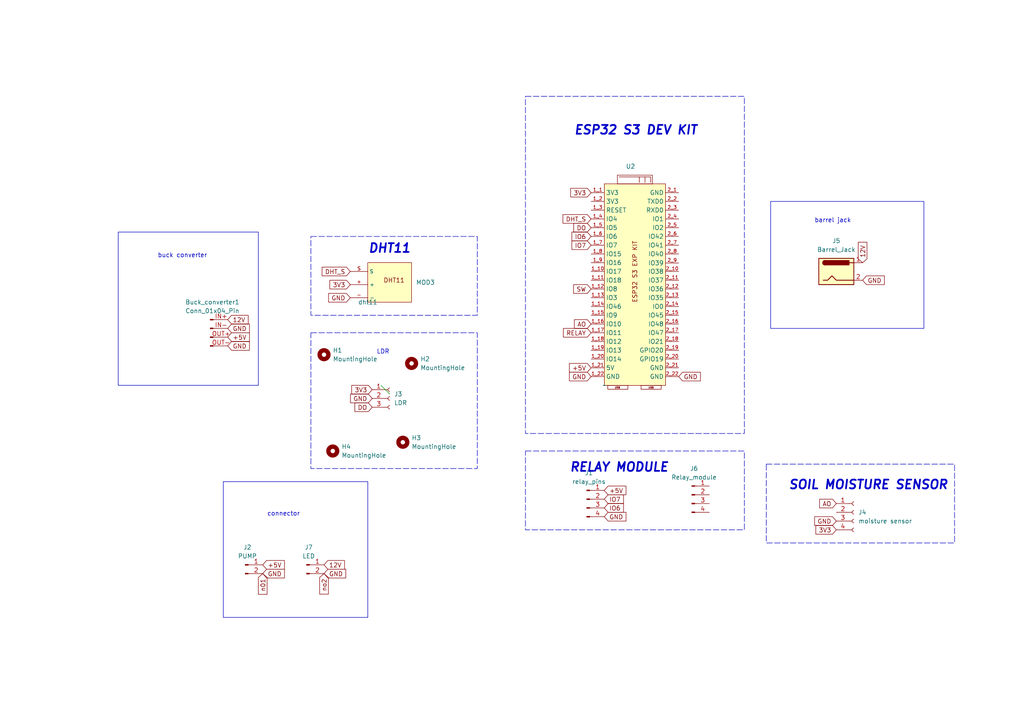
<source format=kicad_sch>
(kicad_sch (version 20230121) (generator eeschema)

  (uuid 64001ce1-e99c-4ede-8ddf-5239e947adae)

  (paper "A4")

  (lib_symbols
    (symbol "Conn_01x04_Pin_1" (pin_names (offset 1.016) hide) (in_bom yes) (on_board yes)
      (property "Reference" "J6" (at 0.635 7.62 0)
        (effects (font (size 1.27 1.27)))
      )
      (property "Value" "Conn_01x04_Pin" (at 0.635 5.08 0)
        (effects (font (size 1.27 1.27)))
      )
      (property "Footprint" "Connector_PinHeader_2.54mm:PinHeader_1x04_P2.54mm_Vertical" (at 0 0 0)
        (effects (font (size 1.27 1.27)) hide)
      )
      (property "Datasheet" "~" (at 0 0 0)
        (effects (font (size 1.27 1.27)) hide)
      )
      (property "ki_locked" "" (at 0 0 0)
        (effects (font (size 1.27 1.27)))
      )
      (property "ki_keywords" "connector" (at 0 0 0)
        (effects (font (size 1.27 1.27)) hide)
      )
      (property "ki_description" "Generic connector, single row, 01x04, script generated" (at 0 0 0)
        (effects (font (size 1.27 1.27)) hide)
      )
      (property "ki_fp_filters" "Connector*:*_1x??_*" (at 0 0 0)
        (effects (font (size 1.27 1.27)) hide)
      )
      (symbol "Conn_01x04_Pin_1_1_1"
        (polyline
          (pts
            (xy 1.27 -5.08)
            (xy 0.8636 -5.08)
          )
          (stroke (width 0.1524) (type default))
          (fill (type none))
        )
        (polyline
          (pts
            (xy 1.27 -2.54)
            (xy 0.8636 -2.54)
          )
          (stroke (width 0.1524) (type default))
          (fill (type none))
        )
        (polyline
          (pts
            (xy 1.27 0)
            (xy 0.8636 0)
          )
          (stroke (width 0.1524) (type default))
          (fill (type none))
        )
        (polyline
          (pts
            (xy 1.27 2.54)
            (xy 0.8636 2.54)
          )
          (stroke (width 0.1524) (type default))
          (fill (type none))
        )
        (rectangle (start 0.8636 -4.953) (end 0 -5.207)
          (stroke (width 0.1524) (type default))
          (fill (type outline))
        )
        (rectangle (start 0.8636 -2.413) (end 0 -2.667)
          (stroke (width 0.1524) (type default))
          (fill (type outline))
        )
        (rectangle (start 0.8636 0.127) (end 0 -0.127)
          (stroke (width 0.1524) (type default))
          (fill (type outline))
        )
        (rectangle (start 0.8636 2.667) (end 0 2.413)
          (stroke (width 0.1524) (type default))
          (fill (type outline))
        )
        (pin passive line (at 5.08 2.54 180) (length 3.81)
          (name "IN+" (effects (font (size 1.27 1.27))))
          (number "IN+" (effects (font (size 1.27 1.27))))
        )
        (pin passive line (at 5.08 0 180) (length 3.81)
          (name "IN-" (effects (font (size 1.27 1.27))))
          (number "IN-" (effects (font (size 1.27 1.27))))
        )
        (pin passive line (at 5.08 -2.54 180) (length 3.81)
          (name "OUT+" (effects (font (size 1.27 1.27))))
          (number "OUT+" (effects (font (size 1.27 1.27))))
        )
        (pin passive line (at 5.08 -5.08 180) (length 3.81)
          (name "OUT-" (effects (font (size 1.27 1.27))))
          (number "OUT-" (effects (font (size 1.27 1.27))))
        )
      )
    )
    (symbol "Conn_01x04_Pin_2" (pin_names (offset 1.016) hide) (in_bom yes) (on_board yes)
      (property "Reference" "J" (at 0 5.08 0)
        (effects (font (size 1.27 1.27)))
      )
      (property "Value" "Conn_01x04_Pin" (at 0 -7.62 0)
        (effects (font (size 1.27 1.27)))
      )
      (property "Footprint" "" (at 0 0 0)
        (effects (font (size 1.27 1.27)) hide)
      )
      (property "Datasheet" "~" (at 0 0 0)
        (effects (font (size 1.27 1.27)) hide)
      )
      (property "ki_locked" "" (at 0 0 0)
        (effects (font (size 1.27 1.27)))
      )
      (property "ki_keywords" "connector" (at 0 0 0)
        (effects (font (size 1.27 1.27)) hide)
      )
      (property "ki_description" "Generic connector, single row, 01x04, script generated" (at 0 0 0)
        (effects (font (size 1.27 1.27)) hide)
      )
      (property "ki_fp_filters" "Connector*:*_1x??_*" (at 0 0 0)
        (effects (font (size 1.27 1.27)) hide)
      )
      (symbol "Conn_01x04_Pin_2_1_1"
        (polyline
          (pts
            (xy 1.27 -5.08)
            (xy 0.8636 -5.08)
          )
          (stroke (width 0.1524) (type default))
          (fill (type none))
        )
        (polyline
          (pts
            (xy 1.27 -2.54)
            (xy 0.8636 -2.54)
          )
          (stroke (width 0.1524) (type default))
          (fill (type none))
        )
        (polyline
          (pts
            (xy 1.27 0)
            (xy 0.8636 0)
          )
          (stroke (width 0.1524) (type default))
          (fill (type none))
        )
        (polyline
          (pts
            (xy 1.27 2.54)
            (xy 0.8636 2.54)
          )
          (stroke (width 0.1524) (type default))
          (fill (type none))
        )
        (rectangle (start 0.8636 -4.953) (end 0 -5.207)
          (stroke (width 0.1524) (type default))
          (fill (type outline))
        )
        (rectangle (start 0.8636 -2.413) (end 0 -2.667)
          (stroke (width 0.1524) (type default))
          (fill (type outline))
        )
        (rectangle (start 0.8636 0.127) (end 0 -0.127)
          (stroke (width 0.1524) (type default))
          (fill (type outline))
        )
        (rectangle (start 0.8636 2.667) (end 0 2.413)
          (stroke (width 0.1524) (type default))
          (fill (type outline))
        )
        (pin passive line (at 5.08 2.54 180) (length 3.81)
          (name "Pin_1" (effects (font (size 1.27 1.27))))
          (number "1" (effects (font (size 1.27 1.27))))
        )
        (pin passive line (at 5.08 0 180) (length 3.81)
          (name "Pin_2" (effects (font (size 1.27 1.27))))
          (number "2" (effects (font (size 1.27 1.27))))
        )
        (pin passive line (at 5.08 -2.54 180) (length 3.81)
          (name "Pin_3" (effects (font (size 1.27 1.27))))
          (number "3" (effects (font (size 1.27 1.27))))
        )
        (pin passive line (at 5.08 -5.08 180) (length 3.81)
          (name "Pin_4" (effects (font (size 1.27 1.27))))
          (number "4" (effects (font (size 1.27 1.27))))
        )
      )
    )
    (symbol "Connector:Barrel_Jack" (pin_names (offset 1.016)) (in_bom yes) (on_board yes)
      (property "Reference" "J" (at 0 5.334 0)
        (effects (font (size 1.27 1.27)))
      )
      (property "Value" "Barrel_Jack" (at 0 -5.08 0)
        (effects (font (size 1.27 1.27)))
      )
      (property "Footprint" "" (at 1.27 -1.016 0)
        (effects (font (size 1.27 1.27)) hide)
      )
      (property "Datasheet" "~" (at 1.27 -1.016 0)
        (effects (font (size 1.27 1.27)) hide)
      )
      (property "ki_keywords" "DC power barrel jack connector" (at 0 0 0)
        (effects (font (size 1.27 1.27)) hide)
      )
      (property "ki_description" "DC Barrel Jack" (at 0 0 0)
        (effects (font (size 1.27 1.27)) hide)
      )
      (property "ki_fp_filters" "BarrelJack*" (at 0 0 0)
        (effects (font (size 1.27 1.27)) hide)
      )
      (symbol "Barrel_Jack_0_1"
        (rectangle (start -5.08 3.81) (end 5.08 -3.81)
          (stroke (width 0.254) (type default))
          (fill (type background))
        )
        (arc (start -3.302 3.175) (mid -3.9343 2.54) (end -3.302 1.905)
          (stroke (width 0.254) (type default))
          (fill (type none))
        )
        (arc (start -3.302 3.175) (mid -3.9343 2.54) (end -3.302 1.905)
          (stroke (width 0.254) (type default))
          (fill (type outline))
        )
        (polyline
          (pts
            (xy 5.08 2.54)
            (xy 3.81 2.54)
          )
          (stroke (width 0.254) (type default))
          (fill (type none))
        )
        (polyline
          (pts
            (xy -3.81 -2.54)
            (xy -2.54 -2.54)
            (xy -1.27 -1.27)
            (xy 0 -2.54)
            (xy 2.54 -2.54)
            (xy 5.08 -2.54)
          )
          (stroke (width 0.254) (type default))
          (fill (type none))
        )
        (rectangle (start 3.683 3.175) (end -3.302 1.905)
          (stroke (width 0.254) (type default))
          (fill (type outline))
        )
      )
      (symbol "Barrel_Jack_1_1"
        (pin passive line (at 7.62 2.54 180) (length 2.54)
          (name "~" (effects (font (size 1.27 1.27))))
          (number "1" (effects (font (size 1.27 1.27))))
        )
        (pin passive line (at 7.62 -2.54 180) (length 2.54)
          (name "~" (effects (font (size 1.27 1.27))))
          (number "2" (effects (font (size 1.27 1.27))))
        )
      )
    )
    (symbol "Connector:Conn_01x02_Pin" (pin_names (offset 1.016) hide) (in_bom yes) (on_board yes)
      (property "Reference" "J" (at 0 2.54 0)
        (effects (font (size 1.27 1.27)))
      )
      (property "Value" "Conn_01x02_Pin" (at 0 -5.08 0)
        (effects (font (size 1.27 1.27)))
      )
      (property "Footprint" "" (at 0 0 0)
        (effects (font (size 1.27 1.27)) hide)
      )
      (property "Datasheet" "~" (at 0 0 0)
        (effects (font (size 1.27 1.27)) hide)
      )
      (property "ki_locked" "" (at 0 0 0)
        (effects (font (size 1.27 1.27)))
      )
      (property "ki_keywords" "connector" (at 0 0 0)
        (effects (font (size 1.27 1.27)) hide)
      )
      (property "ki_description" "Generic connector, single row, 01x02, script generated" (at 0 0 0)
        (effects (font (size 1.27 1.27)) hide)
      )
      (property "ki_fp_filters" "Connector*:*_1x??_*" (at 0 0 0)
        (effects (font (size 1.27 1.27)) hide)
      )
      (symbol "Conn_01x02_Pin_1_1"
        (polyline
          (pts
            (xy 1.27 -2.54)
            (xy 0.8636 -2.54)
          )
          (stroke (width 0.1524) (type default))
          (fill (type none))
        )
        (polyline
          (pts
            (xy 1.27 0)
            (xy 0.8636 0)
          )
          (stroke (width 0.1524) (type default))
          (fill (type none))
        )
        (rectangle (start 0.8636 -2.413) (end 0 -2.667)
          (stroke (width 0.1524) (type default))
          (fill (type outline))
        )
        (rectangle (start 0.8636 0.127) (end 0 -0.127)
          (stroke (width 0.1524) (type default))
          (fill (type outline))
        )
        (pin passive line (at 5.08 0 180) (length 3.81)
          (name "Pin_1" (effects (font (size 1.27 1.27))))
          (number "1" (effects (font (size 1.27 1.27))))
        )
        (pin passive line (at 5.08 -2.54 180) (length 3.81)
          (name "Pin_2" (effects (font (size 1.27 1.27))))
          (number "2" (effects (font (size 1.27 1.27))))
        )
      )
    )
    (symbol "Connector:Conn_01x03_Socket" (pin_names (offset 1.016) hide) (in_bom yes) (on_board yes)
      (property "Reference" "J" (at 0 5.08 0)
        (effects (font (size 1.27 1.27)))
      )
      (property "Value" "Conn_01x03_Socket" (at 0 -5.08 0)
        (effects (font (size 1.27 1.27)))
      )
      (property "Footprint" "" (at 0 0 0)
        (effects (font (size 1.27 1.27)) hide)
      )
      (property "Datasheet" "~" (at 0 0 0)
        (effects (font (size 1.27 1.27)) hide)
      )
      (property "ki_locked" "" (at 0 0 0)
        (effects (font (size 1.27 1.27)))
      )
      (property "ki_keywords" "connector" (at 0 0 0)
        (effects (font (size 1.27 1.27)) hide)
      )
      (property "ki_description" "Generic connector, single row, 01x03, script generated" (at 0 0 0)
        (effects (font (size 1.27 1.27)) hide)
      )
      (property "ki_fp_filters" "Connector*:*_1x??_*" (at 0 0 0)
        (effects (font (size 1.27 1.27)) hide)
      )
      (symbol "Conn_01x03_Socket_1_1"
        (arc (start 0 -2.032) (mid -0.5058 -2.54) (end 0 -3.048)
          (stroke (width 0.1524) (type default))
          (fill (type none))
        )
        (polyline
          (pts
            (xy -1.27 -2.54)
            (xy -0.508 -2.54)
          )
          (stroke (width 0.1524) (type default))
          (fill (type none))
        )
        (polyline
          (pts
            (xy -1.27 0)
            (xy -0.508 0)
          )
          (stroke (width 0.1524) (type default))
          (fill (type none))
        )
        (polyline
          (pts
            (xy -1.27 2.54)
            (xy -0.508 2.54)
          )
          (stroke (width 0.1524) (type default))
          (fill (type none))
        )
        (arc (start 0 0.508) (mid -0.5058 0) (end 0 -0.508)
          (stroke (width 0.1524) (type default))
          (fill (type none))
        )
        (arc (start 0 3.048) (mid -0.5058 2.54) (end 0 2.032)
          (stroke (width 0.1524) (type default))
          (fill (type none))
        )
        (pin passive line (at -5.08 2.54 0) (length 3.81)
          (name "Pin_1" (effects (font (size 1.27 1.27))))
          (number "1" (effects (font (size 1.27 1.27))))
        )
        (pin passive line (at -5.08 0 0) (length 3.81)
          (name "Pin_2" (effects (font (size 1.27 1.27))))
          (number "2" (effects (font (size 1.27 1.27))))
        )
        (pin passive line (at -5.08 -2.54 0) (length 3.81)
          (name "Pin_3" (effects (font (size 1.27 1.27))))
          (number "3" (effects (font (size 1.27 1.27))))
        )
      )
    )
    (symbol "Connector:Conn_01x04_Pin" (pin_names (offset 1.016) hide) (in_bom yes) (on_board yes)
      (property "Reference" "J6" (at 0.635 7.62 0)
        (effects (font (size 1.27 1.27)))
      )
      (property "Value" "Relay_module" (at 0.635 5.08 0)
        (effects (font (size 1.27 1.27)))
      )
      (property "Footprint" "Connector_PinHeader_2.54mm:PinHeader_1x04_P2.54mm_Vertical" (at 0 0 0)
        (effects (font (size 1.27 1.27)) hide)
      )
      (property "Datasheet" "~" (at 0 0 0)
        (effects (font (size 1.27 1.27)) hide)
      )
      (property "ki_locked" "" (at 0 0 0)
        (effects (font (size 1.27 1.27)))
      )
      (property "ki_keywords" "connector" (at 0 0 0)
        (effects (font (size 1.27 1.27)) hide)
      )
      (property "ki_description" "Generic connector, single row, 01x04, script generated" (at 0 0 0)
        (effects (font (size 1.27 1.27)) hide)
      )
      (property "ki_fp_filters" "Connector*:*_1x??_*" (at 0 0 0)
        (effects (font (size 1.27 1.27)) hide)
      )
      (symbol "Conn_01x04_Pin_1_1"
        (polyline
          (pts
            (xy 1.27 -5.08)
            (xy 0.8636 -5.08)
          )
          (stroke (width 0.1524) (type default))
          (fill (type none))
        )
        (polyline
          (pts
            (xy 1.27 -2.54)
            (xy 0.8636 -2.54)
          )
          (stroke (width 0.1524) (type default))
          (fill (type none))
        )
        (polyline
          (pts
            (xy 1.27 0)
            (xy 0.8636 0)
          )
          (stroke (width 0.1524) (type default))
          (fill (type none))
        )
        (polyline
          (pts
            (xy 1.27 2.54)
            (xy 0.8636 2.54)
          )
          (stroke (width 0.1524) (type default))
          (fill (type none))
        )
        (rectangle (start 0.8636 -4.953) (end 0 -5.207)
          (stroke (width 0.1524) (type default))
          (fill (type outline))
        )
        (rectangle (start 0.8636 -2.413) (end 0 -2.667)
          (stroke (width 0.1524) (type default))
          (fill (type outline))
        )
        (rectangle (start 0.8636 0.127) (end 0 -0.127)
          (stroke (width 0.1524) (type default))
          (fill (type outline))
        )
        (rectangle (start 0.8636 2.667) (end 0 2.413)
          (stroke (width 0.1524) (type default))
          (fill (type outline))
        )
        (pin passive line (at 5.08 2.54 180) (length 3.81)
          (name "1" (effects (font (size 1.27 1.27))))
          (number "1" (effects (font (size 1.27 1.27))))
        )
        (pin passive line (at 5.08 0 180) (length 3.81)
          (name "2" (effects (font (size 1.27 1.27))))
          (number "2" (effects (font (size 1.27 1.27))))
        )
        (pin passive line (at 5.08 -2.54 180) (length 3.81)
          (name "3" (effects (font (size 1.27 1.27))))
          (number "3" (effects (font (size 1.27 1.27))))
        )
        (pin passive line (at 5.08 -5.08 180) (length 3.81)
          (name "4" (effects (font (size 1.27 1.27))))
          (number "4" (effects (font (size 1.27 1.27))))
        )
      )
    )
    (symbol "Connector:Conn_01x04_Socket" (pin_names (offset 1.016) hide) (in_bom yes) (on_board yes)
      (property "Reference" "J" (at 0 5.08 0)
        (effects (font (size 1.27 1.27)))
      )
      (property "Value" "Conn_01x04_Socket" (at 0 -7.62 0)
        (effects (font (size 1.27 1.27)))
      )
      (property "Footprint" "" (at 0 0 0)
        (effects (font (size 1.27 1.27)) hide)
      )
      (property "Datasheet" "~" (at 0 0 0)
        (effects (font (size 1.27 1.27)) hide)
      )
      (property "ki_locked" "" (at 0 0 0)
        (effects (font (size 1.27 1.27)))
      )
      (property "ki_keywords" "connector" (at 0 0 0)
        (effects (font (size 1.27 1.27)) hide)
      )
      (property "ki_description" "Generic connector, single row, 01x04, script generated" (at 0 0 0)
        (effects (font (size 1.27 1.27)) hide)
      )
      (property "ki_fp_filters" "Connector*:*_1x??_*" (at 0 0 0)
        (effects (font (size 1.27 1.27)) hide)
      )
      (symbol "Conn_01x04_Socket_1_1"
        (arc (start 0 -4.572) (mid -0.5058 -5.08) (end 0 -5.588)
          (stroke (width 0.1524) (type default))
          (fill (type none))
        )
        (arc (start 0 -2.032) (mid -0.5058 -2.54) (end 0 -3.048)
          (stroke (width 0.1524) (type default))
          (fill (type none))
        )
        (polyline
          (pts
            (xy -1.27 -5.08)
            (xy -0.508 -5.08)
          )
          (stroke (width 0.1524) (type default))
          (fill (type none))
        )
        (polyline
          (pts
            (xy -1.27 -2.54)
            (xy -0.508 -2.54)
          )
          (stroke (width 0.1524) (type default))
          (fill (type none))
        )
        (polyline
          (pts
            (xy -1.27 0)
            (xy -0.508 0)
          )
          (stroke (width 0.1524) (type default))
          (fill (type none))
        )
        (polyline
          (pts
            (xy -1.27 2.54)
            (xy -0.508 2.54)
          )
          (stroke (width 0.1524) (type default))
          (fill (type none))
        )
        (arc (start 0 0.508) (mid -0.5058 0) (end 0 -0.508)
          (stroke (width 0.1524) (type default))
          (fill (type none))
        )
        (arc (start 0 3.048) (mid -0.5058 2.54) (end 0 2.032)
          (stroke (width 0.1524) (type default))
          (fill (type none))
        )
        (pin passive line (at -5.08 2.54 0) (length 3.81)
          (name "Pin_1" (effects (font (size 1.27 1.27))))
          (number "1" (effects (font (size 1.27 1.27))))
        )
        (pin passive line (at -5.08 0 0) (length 3.81)
          (name "Pin_2" (effects (font (size 1.27 1.27))))
          (number "2" (effects (font (size 1.27 1.27))))
        )
        (pin passive line (at -5.08 -2.54 0) (length 3.81)
          (name "Pin_3" (effects (font (size 1.27 1.27))))
          (number "3" (effects (font (size 1.27 1.27))))
        )
        (pin passive line (at -5.08 -5.08 0) (length 3.81)
          (name "Pin_4" (effects (font (size 1.27 1.27))))
          (number "4" (effects (font (size 1.27 1.27))))
        )
      )
    )
    (symbol "Kicad_lib:DHT11" (in_bom yes) (on_board yes)
      (property "Reference" "MOD" (at 2.54 -1.27 0)
        (effects (font (size 1.27 1.27)))
      )
      (property "Value" "" (at 0 0 0)
        (effects (font (size 1.27 1.27)))
      )
      (property "Footprint" "" (at 0 0 0)
        (effects (font (size 1.27 1.27)) hide)
      )
      (property "Datasheet" "" (at 0 0 0)
        (effects (font (size 1.27 1.27)) hide)
      )
      (symbol "DHT11_1_1"
        (rectangle (start 0 11.43) (end 12.7 0)
          (stroke (width 0) (type default))
          (fill (type background))
        )
        (text "DHT11" (at 7.62 6.35 0)
          (effects (font (size 1.27 1.27)))
        )
        (pin bidirectional line (at -5.08 5.08 0) (length 5.08)
          (name "+" (effects (font (size 1.016 1.016))))
          (number "+" (effects (font (size 1.016 1.016))))
        )
        (pin bidirectional line (at -5.08 1.27 0) (length 5.08)
          (name "-" (effects (font (size 1.016 1.016))))
          (number "-" (effects (font (size 1.016 1.016))))
        )
        (pin bidirectional line (at -5.08 8.89 0) (length 5.08)
          (name "S" (effects (font (size 1.016 1.016))))
          (number "S" (effects (font (size 1.016 1.016))))
        )
      )
    )
    (symbol "Mechanical:MountingHole" (pin_names (offset 1.016)) (in_bom yes) (on_board yes)
      (property "Reference" "H" (at 0 5.08 0)
        (effects (font (size 1.27 1.27)))
      )
      (property "Value" "MountingHole" (at 0 3.175 0)
        (effects (font (size 1.27 1.27)))
      )
      (property "Footprint" "" (at 0 0 0)
        (effects (font (size 1.27 1.27)) hide)
      )
      (property "Datasheet" "~" (at 0 0 0)
        (effects (font (size 1.27 1.27)) hide)
      )
      (property "ki_keywords" "mounting hole" (at 0 0 0)
        (effects (font (size 1.27 1.27)) hide)
      )
      (property "ki_description" "Mounting Hole without connection" (at 0 0 0)
        (effects (font (size 1.27 1.27)) hide)
      )
      (property "ki_fp_filters" "MountingHole*" (at 0 0 0)
        (effects (font (size 1.27 1.27)) hide)
      )
      (symbol "MountingHole_0_1"
        (circle (center 0 0) (radius 1.27)
          (stroke (width 1.27) (type default))
          (fill (type none))
        )
      )
    )
    (symbol "esp32s3:ESP32S3-BRD" (in_bom yes) (on_board yes)
      (property "Reference" "U" (at 1.905 59.69 0)
        (effects (font (size 1.27 1.27)))
      )
      (property "Value" "" (at 0 0 0)
        (effects (font (size 1.27 1.27)))
      )
      (property "Footprint" "" (at 0 0 0)
        (effects (font (size 1.27 1.27)) hide)
      )
      (property "Datasheet" "" (at 0 0 0)
        (effects (font (size 1.27 1.27)) hide)
      )
      (symbol "ESP32S3-BRD_1_1"
        (polyline
          (pts
            (xy 10.16 60.452)
            (xy 10.16 58.801)
          )
          (stroke (width 0) (type default))
          (fill (type none))
        )
        (polyline
          (pts
            (xy 11.811 60.452)
            (xy 11.811 58.801)
          )
          (stroke (width 0) (type default))
          (fill (type none))
        )
        (polyline
          (pts
            (xy 4.318 60.452)
            (xy 13.462 60.452)
            (xy 13.462 58.801)
          )
          (stroke (width 0) (type default))
          (fill (type none))
        )
        (polyline
          (pts
            (xy 0 58.42)
            (xy 17.78 58.42)
            (xy 17.78 0)
            (xy 0 0)
            (xy 0 58.42)
          )
          (stroke (width 0) (type default))
          (fill (type background))
        )
        (rectangle (start 1.016 0) (end 6.858 -1.143)
          (stroke (width 0) (type default))
          (fill (type none))
        )
        (rectangle (start 3.81 60.96) (end 13.97 58.42)
          (stroke (width 0) (type default))
          (fill (type none))
        )
        (rectangle (start 10.668 0) (end 16.51 -1.143)
          (stroke (width 0) (type default))
          (fill (type none))
        )
        (text "ESP32 S3 EXP KIT\n" (at 8.89 33.02 900)
          (effects (font (size 1.27 1.27)))
        )
        (text "USB" (at 3.81 -0.635 0)
          (effects (font (size 0.5 0.5)))
        )
        (text "USB" (at 13.589 -0.635 0)
          (effects (font (size 0.5 0.5)))
        )
        (pin power_out line (at -3.81 55.88 0) (length 3.81)
          (name "3V3" (effects (font (size 1.27 1.27))))
          (number "1_1" (effects (font (size 1 1))))
        )
        (pin input line (at -3.81 33.02 0) (length 3.81)
          (name "IO17" (effects (font (size 1.27 1.27))))
          (number "1_10" (effects (font (size 1 1))))
        )
        (pin input line (at -3.81 30.48 0) (length 3.81)
          (name "IO18" (effects (font (size 1.27 1.27))))
          (number "1_11" (effects (font (size 1 1))))
        )
        (pin input line (at -3.81 27.94 0) (length 3.81)
          (name "IO8" (effects (font (size 1.27 1.27))))
          (number "1_12" (effects (font (size 1 1))))
        )
        (pin input line (at -3.81 25.4 0) (length 3.81)
          (name "IO3" (effects (font (size 1.27 1.27))))
          (number "1_13" (effects (font (size 1 1))))
        )
        (pin input line (at -3.81 22.86 0) (length 3.81)
          (name "IO46" (effects (font (size 1.27 1.27))))
          (number "1_14" (effects (font (size 1 1))))
        )
        (pin input line (at -3.81 20.32 0) (length 3.81)
          (name "IO9" (effects (font (size 1.27 1.27))))
          (number "1_15" (effects (font (size 1 1))))
        )
        (pin input line (at -3.81 17.78 0) (length 3.81)
          (name "IO10" (effects (font (size 1.27 1.27))))
          (number "1_16" (effects (font (size 1 1))))
        )
        (pin input line (at -3.81 15.24 0) (length 3.81)
          (name "IO11" (effects (font (size 1.27 1.27))))
          (number "1_17" (effects (font (size 1 1))))
        )
        (pin input line (at -3.81 12.7 0) (length 3.81)
          (name "IO12" (effects (font (size 1.27 1.27))))
          (number "1_18" (effects (font (size 1 1))))
        )
        (pin input line (at -3.81 10.16 0) (length 3.81)
          (name "IO13" (effects (font (size 1.27 1.27))))
          (number "1_19" (effects (font (size 1 1))))
        )
        (pin power_out line (at -3.81 53.34 0) (length 3.81)
          (name "3V3" (effects (font (size 1.27 1.27))))
          (number "1_2" (effects (font (size 1 1))))
        )
        (pin input line (at -3.81 7.62 0) (length 3.81)
          (name "IO14" (effects (font (size 1.27 1.27))))
          (number "1_20" (effects (font (size 1 1))))
        )
        (pin power_in line (at -3.81 5.08 0) (length 3.81)
          (name "5V" (effects (font (size 1.27 1.27))))
          (number "1_21" (effects (font (size 1 1))))
        )
        (pin input line (at -3.81 2.54 0) (length 3.81)
          (name "GND" (effects (font (size 1.27 1.27))))
          (number "1_22" (effects (font (size 1 1))))
        )
        (pin input line (at -3.81 50.8 0) (length 3.81)
          (name "RESET" (effects (font (size 1.27 1.27))))
          (number "1_3" (effects (font (size 1 1))))
        )
        (pin input line (at -3.81 48.26 0) (length 3.81)
          (name "IO4" (effects (font (size 1.27 1.27))))
          (number "1_4" (effects (font (size 1 1))))
        )
        (pin input line (at -3.81 45.72 0) (length 3.81)
          (name "IO5" (effects (font (size 1.27 1.27))))
          (number "1_5" (effects (font (size 1 1))))
        )
        (pin input line (at -3.81 43.18 0) (length 3.81)
          (name "IO6" (effects (font (size 1.27 1.27))))
          (number "1_6" (effects (font (size 1 1))))
        )
        (pin input line (at -3.81 40.64 0) (length 3.81)
          (name "IO7" (effects (font (size 1.27 1.27))))
          (number "1_7" (effects (font (size 1 1))))
        )
        (pin input line (at -3.81 38.1 0) (length 3.81)
          (name "IO15" (effects (font (size 1.27 1.27))))
          (number "1_8" (effects (font (size 1 1))))
        )
        (pin input line (at -3.81 35.56 0) (length 3.81)
          (name "IO16" (effects (font (size 1.27 1.27))))
          (number "1_9" (effects (font (size 1 1))))
        )
        (pin input line (at 21.59 55.88 180) (length 3.81)
          (name "GND" (effects (font (size 1.27 1.27))))
          (number "2_1" (effects (font (size 1 1))))
        )
        (pin input line (at 21.59 33.02 180) (length 3.81)
          (name "IO38" (effects (font (size 1.27 1.27))))
          (number "2_10" (effects (font (size 1 1))))
        )
        (pin input line (at 21.59 30.48 180) (length 3.81)
          (name "IO37" (effects (font (size 1.27 1.27))))
          (number "2_11" (effects (font (size 1 1))))
        )
        (pin input line (at 21.59 27.94 180) (length 3.81)
          (name "IO36" (effects (font (size 1.27 1.27))))
          (number "2_12" (effects (font (size 1 1))))
        )
        (pin input line (at 21.59 25.4 180) (length 3.81)
          (name "IO35" (effects (font (size 1.27 1.27))))
          (number "2_13" (effects (font (size 1 1))))
        )
        (pin input line (at 21.59 22.86 180) (length 3.81)
          (name "IO0" (effects (font (size 1.27 1.27))))
          (number "2_14" (effects (font (size 1 1))))
        )
        (pin input line (at 21.59 20.32 180) (length 3.81)
          (name "IO45" (effects (font (size 1.27 1.27))))
          (number "2_15" (effects (font (size 1 1))))
        )
        (pin input line (at 21.59 17.78 180) (length 3.81)
          (name "IO48" (effects (font (size 1.27 1.27))))
          (number "2_16" (effects (font (size 1 1))))
        )
        (pin input line (at 21.59 15.24 180) (length 3.81)
          (name "IO47" (effects (font (size 1.27 1.27))))
          (number "2_17" (effects (font (size 1 1))))
        )
        (pin input line (at 21.59 12.7 180) (length 3.81)
          (name "IO21" (effects (font (size 1.27 1.27))))
          (number "2_18" (effects (font (size 1 1))))
        )
        (pin input line (at 21.59 10.16 180) (length 3.81)
          (name "GPIO20" (effects (font (size 1.27 1.27))))
          (number "2_19" (effects (font (size 1 1))))
        )
        (pin input line (at 21.59 53.34 180) (length 3.81)
          (name "TXD0" (effects (font (size 1.27 1.27))))
          (number "2_2" (effects (font (size 1 1))))
        )
        (pin input line (at 21.59 7.62 180) (length 3.81)
          (name "GPIO19" (effects (font (size 1.27 1.27))))
          (number "2_20" (effects (font (size 1 1))))
        )
        (pin input line (at 21.59 5.08 180) (length 3.81)
          (name "GND" (effects (font (size 1.27 1.27))))
          (number "2_21" (effects (font (size 1 1))))
        )
        (pin input line (at 21.59 2.54 180) (length 3.81)
          (name "GND" (effects (font (size 1.27 1.27))))
          (number "2_22" (effects (font (size 1 1))))
        )
        (pin input line (at 21.59 50.8 180) (length 3.81)
          (name "RXD0" (effects (font (size 1.27 1.27))))
          (number "2_3" (effects (font (size 1 1))))
        )
        (pin input line (at 21.59 48.26 180) (length 3.81)
          (name "IO1" (effects (font (size 1.27 1.27))))
          (number "2_4" (effects (font (size 1 1))))
        )
        (pin input line (at 21.59 45.72 180) (length 3.81)
          (name "IO2" (effects (font (size 1.27 1.27))))
          (number "2_5" (effects (font (size 1 1))))
        )
        (pin input line (at 21.59 43.18 180) (length 3.81)
          (name "IO42" (effects (font (size 1.27 1.27))))
          (number "2_6" (effects (font (size 1 1))))
        )
        (pin input line (at 21.59 40.64 180) (length 3.81)
          (name "IO41" (effects (font (size 1.27 1.27))))
          (number "2_7" (effects (font (size 1 1))))
        )
        (pin input line (at 21.59 38.1 180) (length 3.81)
          (name "IO40" (effects (font (size 1.27 1.27))))
          (number "2_8" (effects (font (size 1 1))))
        )
        (pin input line (at 21.59 35.4717 180) (length 3.81)
          (name "IO39" (effects (font (size 1.27 1.27))))
          (number "2_9" (effects (font (size 1 1))))
        )
      )
    )
  )


  (bus_entry (at 110.49 111.76) (size 2.54 2.54)
    (stroke (width 0) (type default))
    (uuid fd478ddf-356d-4066-8422-5351fcbee95b)
  )

  (rectangle (start 90.17 96.52) (end 138.43 135.89)
    (stroke (width 0) (type dash))
    (fill (type none))
    (uuid 06d8fbc1-bc0d-4ff6-9365-d7ea206bb723)
  )
  (rectangle (start 90.17 68.58) (end 138.43 91.44)
    (stroke (width 0) (type dash))
    (fill (type none))
    (uuid 5058fdce-937a-4cdc-acf7-083df0f01b0f)
  )
  (rectangle (start 34.29 67.31) (end 74.93 111.76)
    (stroke (width 0) (type default))
    (fill (type none))
    (uuid 702b7bc1-72e1-4b73-bc43-986a82d43e54)
  )
  (rectangle (start 152.4 27.94) (end 215.9 125.73)
    (stroke (width 0) (type dash))
    (fill (type none))
    (uuid 85b2c07a-d4d7-4c60-b7b6-38efcbb02e22)
  )
  (rectangle (start 223.52 58.42) (end 267.97 95.25)
    (stroke (width 0) (type default))
    (fill (type none))
    (uuid 9079961f-d510-45c9-b92c-77f4b3aa7644)
  )
  (rectangle (start 152.4 130.81) (end 215.9 153.67)
    (stroke (width 0) (type dash))
    (fill (type none))
    (uuid 934c0da5-46a9-4a26-8471-f659cc20e5bd)
  )
  (rectangle (start 64.77 139.7) (end 106.68 179.07)
    (stroke (width 0) (type default))
    (fill (type none))
    (uuid b33bb759-cb13-4c1f-8b2b-1881b8169f49)
  )
  (rectangle (start 222.25 134.62) (end 276.86 157.48)
    (stroke (width 0) (type dash))
    (fill (type none))
    (uuid e2f5471d-c564-467e-a6e3-a51743a6c2a3)
  )

  (text "DHT11" (at 106.68 73.66 0)
    (effects (font (size 2.54 2.54) (thickness 0.508) bold italic) (justify left bottom))
    (uuid 5a21acdd-4539-4514-b874-6c160e301dad)
  )
  (text "LDR\n" (at 109.22 102.87 0)
    (effects (font (size 1.27 1.27)) (justify left bottom))
    (uuid 661ae9c7-cba7-486f-8db9-22afb2b0a990)
  )
  (text "ESP32 S3 DEV KIT" (at 166.37 39.37 0)
    (effects (font (size 2.54 2.54) (thickness 0.508) bold italic) (justify left bottom))
    (uuid 66d52017-509b-4f69-92e1-a3cad4e4b7f2)
  )
  (text "RELAY MODULE" (at 165.1 137.16 0)
    (effects (font (size 2.54 2.54) (thickness 0.508) bold italic) (justify left bottom))
    (uuid 6b0e76cc-2d51-4650-841c-6b9ae45e9a05)
  )
  (text "connector\n" (at 77.47 149.86 0)
    (effects (font (size 1.27 1.27)) (justify left bottom))
    (uuid 8b9689e8-967a-4484-97bf-03f61cd77ce3)
  )
  (text "SOIL MOISTURE SENSOR" (at 228.6 142.24 0)
    (effects (font (size 2.54 2.54) (thickness 0.508) bold italic) (justify left bottom))
    (uuid d40c6341-120b-4309-85d2-2988db30f5ff)
  )
  (text "buck converter\n" (at 45.72 74.93 0)
    (effects (font (size 1.27 1.27)) (justify left bottom))
    (uuid d8c910ed-bb3b-40e2-b4b5-4d0118dc7339)
  )
  (text "barrel jack" (at 236.22 64.77 0)
    (effects (font (size 1.27 1.27)) (justify left bottom))
    (uuid e4b95797-457d-4a60-95f7-6dc0640249fd)
  )

  (global_label "DHT_S" (shape input) (at 101.6 78.74 180) (fields_autoplaced)
    (effects (font (size 1.27 1.27)) (justify right))
    (uuid 0858d0c8-ae0f-4bb9-ab7b-d407e6664e5d)
    (property "Intersheetrefs" "${INTERSHEET_REFS}" (at 92.8696 78.74 0)
      (effects (font (size 1.27 1.27)) (justify right) hide)
    )
  )
  (global_label "12V" (shape input) (at 250.19 76.2 90) (fields_autoplaced)
    (effects (font (size 1.27 1.27)) (justify left))
    (uuid 0ef51d8d-941c-4061-8c76-5c93da5a55c5)
    (property "Intersheetrefs" "${INTERSHEET_REFS}" (at 250.19 69.7072 90)
      (effects (font (size 1.27 1.27)) (justify left) hide)
    )
  )
  (global_label "+5V" (shape input) (at 66.04 97.79 0) (fields_autoplaced)
    (effects (font (size 1.27 1.27)) (justify left))
    (uuid 31ea1fd9-09d4-49c1-b753-54167a95ac4a)
    (property "Intersheetrefs" "${INTERSHEET_REFS}" (at 72.8957 97.79 0)
      (effects (font (size 1.27 1.27)) (justify left) hide)
    )
  )
  (global_label "+5V" (shape input) (at 171.45 106.68 180) (fields_autoplaced)
    (effects (font (size 1.27 1.27)) (justify right))
    (uuid 3410afc9-cece-448f-9385-fa0cbc6265e2)
    (property "Intersheetrefs" "${INTERSHEET_REFS}" (at 164.5943 106.68 0)
      (effects (font (size 1.27 1.27)) (justify right) hide)
    )
  )
  (global_label "AO" (shape input) (at 171.45 93.98 180) (fields_autoplaced)
    (effects (font (size 1.27 1.27)) (justify right))
    (uuid 34b94188-9c95-42f6-af18-b6cb8e76e0ab)
    (property "Intersheetrefs" "${INTERSHEET_REFS}" (at 166.0457 93.98 0)
      (effects (font (size 1.27 1.27)) (justify right) hide)
    )
  )
  (global_label "GND" (shape input) (at 93.98 166.37 0) (fields_autoplaced)
    (effects (font (size 1.27 1.27)) (justify left))
    (uuid 46837e98-f3e3-4e15-ba4c-c6fec3621a0b)
    (property "Intersheetrefs" "${INTERSHEET_REFS}" (at 100.8357 166.37 0)
      (effects (font (size 1.27 1.27)) (justify left) hide)
    )
  )
  (global_label "IO6" (shape input) (at 175.26 147.32 0) (fields_autoplaced)
    (effects (font (size 1.27 1.27)) (justify left))
    (uuid 485a88ec-51a4-48e3-b9fc-27b516e1ed1f)
    (property "Intersheetrefs" "${INTERSHEET_REFS}" (at 181.39 147.32 0)
      (effects (font (size 1.27 1.27)) (justify left) hide)
    )
  )
  (global_label "n01" (shape input) (at 76.2 166.37 270) (fields_autoplaced)
    (effects (font (size 1.27 1.27)) (justify right))
    (uuid 4b5ced3a-0b20-495a-9194-238c409263f5)
    (property "Intersheetrefs" "${INTERSHEET_REFS}" (at 76.2 172.9232 90)
      (effects (font (size 1.27 1.27)) (justify right) hide)
    )
  )
  (global_label "DHT_S" (shape input) (at 171.45 63.5 180) (fields_autoplaced)
    (effects (font (size 1.27 1.27)) (justify right))
    (uuid 4f22e76f-4d0e-4235-8a54-a89c10cc650e)
    (property "Intersheetrefs" "${INTERSHEET_REFS}" (at 162.7196 63.5 0)
      (effects (font (size 1.27 1.27)) (justify right) hide)
    )
  )
  (global_label "+5V" (shape input) (at 175.26 142.24 0) (fields_autoplaced)
    (effects (font (size 1.27 1.27)) (justify left))
    (uuid 537ca9cf-bea4-4a14-ace2-a077e63829ee)
    (property "Intersheetrefs" "${INTERSHEET_REFS}" (at 182.1157 142.24 0)
      (effects (font (size 1.27 1.27)) (justify left) hide)
    )
  )
  (global_label "RELAY" (shape input) (at 171.45 96.52 180) (fields_autoplaced)
    (effects (font (size 1.27 1.27)) (justify right))
    (uuid 5383eef1-68bd-4d33-947b-06160fcef6bf)
    (property "Intersheetrefs" "${INTERSHEET_REFS}" (at 162.8405 96.52 0)
      (effects (font (size 1.27 1.27)) (justify right) hide)
    )
  )
  (global_label "12V" (shape input) (at 66.04 92.71 0) (fields_autoplaced)
    (effects (font (size 1.27 1.27)) (justify left))
    (uuid 53cfa373-299c-40aa-9bee-d56fafb7acc0)
    (property "Intersheetrefs" "${INTERSHEET_REFS}" (at 72.5328 92.71 0)
      (effects (font (size 1.27 1.27)) (justify left) hide)
    )
  )
  (global_label "+5V" (shape input) (at 76.2 163.83 0) (fields_autoplaced)
    (effects (font (size 1.27 1.27)) (justify left))
    (uuid 5fb073f1-5d85-4994-8bb6-f070eb02b931)
    (property "Intersheetrefs" "${INTERSHEET_REFS}" (at 83.0557 163.83 0)
      (effects (font (size 1.27 1.27)) (justify left) hide)
    )
  )
  (global_label "3V3" (shape input) (at 171.45 55.88 180) (fields_autoplaced)
    (effects (font (size 1.27 1.27)) (justify right))
    (uuid 67b0b0dc-3a38-4749-8900-53b8436c5089)
    (property "Intersheetrefs" "${INTERSHEET_REFS}" (at 164.9572 55.88 0)
      (effects (font (size 1.27 1.27)) (justify right) hide)
    )
  )
  (global_label "no2" (shape input) (at 93.98 166.37 270) (fields_autoplaced)
    (effects (font (size 1.27 1.27)) (justify right))
    (uuid 70a10d47-b1b9-4e76-8319-7da8f20e9ea0)
    (property "Intersheetrefs" "${INTERSHEET_REFS}" (at 93.98 172.8627 90)
      (effects (font (size 1.27 1.27)) (justify right) hide)
    )
  )
  (global_label "3V3" (shape input) (at 107.95 113.03 180) (fields_autoplaced)
    (effects (font (size 1.27 1.27)) (justify right))
    (uuid 797d269f-e40c-42c3-8f7a-8ad5d8bee32b)
    (property "Intersheetrefs" "${INTERSHEET_REFS}" (at 101.4572 113.03 0)
      (effects (font (size 1.27 1.27)) (justify right) hide)
    )
  )
  (global_label "GND" (shape input) (at 66.04 95.25 0) (fields_autoplaced)
    (effects (font (size 1.27 1.27)) (justify left))
    (uuid 7d18daa9-6c13-48e6-9a57-180e7421a224)
    (property "Intersheetrefs" "${INTERSHEET_REFS}" (at 72.8957 95.25 0)
      (effects (font (size 1.27 1.27)) (justify left) hide)
    )
  )
  (global_label "AO" (shape input) (at 242.57 146.05 180) (fields_autoplaced)
    (effects (font (size 1.27 1.27)) (justify right))
    (uuid 82dec4a9-a0ad-41e2-ac84-e5ab12036266)
    (property "Intersheetrefs" "${INTERSHEET_REFS}" (at 237.1657 146.05 0)
      (effects (font (size 1.27 1.27)) (justify right) hide)
    )
  )
  (global_label "GND" (shape input) (at 250.19 81.28 0) (fields_autoplaced)
    (effects (font (size 1.27 1.27)) (justify left))
    (uuid 873afa1f-07b1-4cde-932b-993b3597e1b2)
    (property "Intersheetrefs" "${INTERSHEET_REFS}" (at 257.0457 81.28 0)
      (effects (font (size 1.27 1.27)) (justify left) hide)
    )
  )
  (global_label "DO" (shape input) (at 171.45 66.04 180) (fields_autoplaced)
    (effects (font (size 1.27 1.27)) (justify right))
    (uuid 8b78b2e7-aabb-4e76-a9cc-a9e98d0944e1)
    (property "Intersheetrefs" "${INTERSHEET_REFS}" (at 165.8643 66.04 0)
      (effects (font (size 1.27 1.27)) (justify right) hide)
    )
  )
  (global_label "DO" (shape input) (at 107.95 118.11 180) (fields_autoplaced)
    (effects (font (size 1.27 1.27)) (justify right))
    (uuid 90650a3b-fb2b-49e7-8ed0-1036bbc277b4)
    (property "Intersheetrefs" "${INTERSHEET_REFS}" (at 102.3643 118.11 0)
      (effects (font (size 1.27 1.27)) (justify right) hide)
    )
  )
  (global_label "GND" (shape input) (at 66.04 100.33 0) (fields_autoplaced)
    (effects (font (size 1.27 1.27)) (justify left))
    (uuid 9b704185-fa82-468f-9106-681dbf8191b6)
    (property "Intersheetrefs" "${INTERSHEET_REFS}" (at 72.8957 100.33 0)
      (effects (font (size 1.27 1.27)) (justify left) hide)
    )
  )
  (global_label "3V3" (shape input) (at 242.57 153.67 180) (fields_autoplaced)
    (effects (font (size 1.27 1.27)) (justify right))
    (uuid a7b864f9-0adc-4072-91a0-b2919662e2c0)
    (property "Intersheetrefs" "${INTERSHEET_REFS}" (at 236.0772 153.67 0)
      (effects (font (size 1.27 1.27)) (justify right) hide)
    )
  )
  (global_label "GND" (shape input) (at 101.6 86.36 180) (fields_autoplaced)
    (effects (font (size 1.27 1.27)) (justify right))
    (uuid a8ced2fb-dedf-4a03-ba22-df6d1dcd89fb)
    (property "Intersheetrefs" "${INTERSHEET_REFS}" (at 94.7443 86.36 0)
      (effects (font (size 1.27 1.27)) (justify right) hide)
    )
  )
  (global_label "GND" (shape input) (at 107.95 115.57 180) (fields_autoplaced)
    (effects (font (size 1.27 1.27)) (justify right))
    (uuid add8e009-bbdc-4e1f-8a30-bf5262e1e88e)
    (property "Intersheetrefs" "${INTERSHEET_REFS}" (at 101.0943 115.57 0)
      (effects (font (size 1.27 1.27)) (justify right) hide)
    )
  )
  (global_label "GND" (shape input) (at 196.85 109.22 0) (fields_autoplaced)
    (effects (font (size 1.27 1.27)) (justify left))
    (uuid b3131900-b7b6-43dd-852a-30ed9681d152)
    (property "Intersheetrefs" "${INTERSHEET_REFS}" (at 203.7057 109.22 0)
      (effects (font (size 1.27 1.27)) (justify left) hide)
    )
  )
  (global_label "GND" (shape input) (at 175.26 149.86 0) (fields_autoplaced)
    (effects (font (size 1.27 1.27)) (justify left))
    (uuid bb87e2dc-20b5-4a89-81f9-ed6eccc57cec)
    (property "Intersheetrefs" "${INTERSHEET_REFS}" (at 182.1157 149.86 0)
      (effects (font (size 1.27 1.27)) (justify left) hide)
    )
  )
  (global_label "IO7" (shape input) (at 171.45 71.12 180) (fields_autoplaced)
    (effects (font (size 1.27 1.27)) (justify right))
    (uuid bf15bf65-8ca4-4acb-b43b-62c6119dbbdf)
    (property "Intersheetrefs" "${INTERSHEET_REFS}" (at 165.32 71.12 0)
      (effects (font (size 1.27 1.27)) (justify right) hide)
    )
  )
  (global_label "GND" (shape input) (at 242.57 151.13 180) (fields_autoplaced)
    (effects (font (size 1.27 1.27)) (justify right))
    (uuid c83b496d-a425-433f-9827-e2e87ca4f5d2)
    (property "Intersheetrefs" "${INTERSHEET_REFS}" (at 235.7143 151.13 0)
      (effects (font (size 1.27 1.27)) (justify right) hide)
    )
  )
  (global_label "IO7" (shape input) (at 175.26 144.78 0) (fields_autoplaced)
    (effects (font (size 1.27 1.27)) (justify left))
    (uuid c849e5ec-746f-4440-a878-287a7d79e8d8)
    (property "Intersheetrefs" "${INTERSHEET_REFS}" (at 181.39 144.78 0)
      (effects (font (size 1.27 1.27)) (justify left) hide)
    )
  )
  (global_label "IO6" (shape input) (at 171.45 68.58 180) (fields_autoplaced)
    (effects (font (size 1.27 1.27)) (justify right))
    (uuid cfacb8b3-7dfd-4f09-9190-ad5b14eff1a0)
    (property "Intersheetrefs" "${INTERSHEET_REFS}" (at 165.32 68.58 0)
      (effects (font (size 1.27 1.27)) (justify right) hide)
    )
  )
  (global_label "SW" (shape input) (at 171.45 83.82 180) (fields_autoplaced)
    (effects (font (size 1.27 1.27)) (justify right))
    (uuid d32830da-537a-4fbc-bcc4-268bec6cb407)
    (property "Intersheetrefs" "${INTERSHEET_REFS}" (at 165.8039 83.82 0)
      (effects (font (size 1.27 1.27)) (justify right) hide)
    )
  )
  (global_label "3V3" (shape input) (at 101.6 82.55 180) (fields_autoplaced)
    (effects (font (size 1.27 1.27)) (justify right))
    (uuid d4c21426-0e37-4feb-97d8-4be568dd9098)
    (property "Intersheetrefs" "${INTERSHEET_REFS}" (at 95.1072 82.55 0)
      (effects (font (size 1.27 1.27)) (justify right) hide)
    )
  )
  (global_label "12V" (shape input) (at 93.98 163.83 0) (fields_autoplaced)
    (effects (font (size 1.27 1.27)) (justify left))
    (uuid e35c3137-68a9-4e47-99b7-6f6ea16995d5)
    (property "Intersheetrefs" "${INTERSHEET_REFS}" (at 100.4728 163.83 0)
      (effects (font (size 1.27 1.27)) (justify left) hide)
    )
  )
  (global_label "GND" (shape input) (at 171.45 109.22 180) (fields_autoplaced)
    (effects (font (size 1.27 1.27)) (justify right))
    (uuid e940c1da-295e-4cbb-8083-92a128b5979f)
    (property "Intersheetrefs" "${INTERSHEET_REFS}" (at 164.5943 109.22 0)
      (effects (font (size 1.27 1.27)) (justify right) hide)
    )
  )
  (global_label "GND" (shape input) (at 76.2 166.37 0) (fields_autoplaced)
    (effects (font (size 1.27 1.27)) (justify left))
    (uuid fcb02d32-fb0d-44ea-85b1-04a491573a0f)
    (property "Intersheetrefs" "${INTERSHEET_REFS}" (at 83.0557 166.37 0)
      (effects (font (size 1.27 1.27)) (justify left) hide)
    )
  )

  (symbol (lib_id "Connector:Conn_01x04_Socket") (at 247.65 148.59 0) (unit 1)
    (in_bom yes) (on_board yes) (dnp no) (fields_autoplaced)
    (uuid 09ab3d78-583a-4db1-9f58-47ce1873527f)
    (property "Reference" "J4" (at 248.92 148.59 0)
      (effects (font (size 1.27 1.27)) (justify left))
    )
    (property "Value" "moisture sensor" (at 248.92 151.13 0)
      (effects (font (size 1.27 1.27)) (justify left))
    )
    (property "Footprint" "Connector_PinHeader_2.54mm:PinHeader_1x04_P2.54mm_Vertical" (at 247.65 148.59 0)
      (effects (font (size 1.27 1.27)) hide)
    )
    (property "Datasheet" "~" (at 247.65 148.59 0)
      (effects (font (size 1.27 1.27)) hide)
    )
    (pin "1" (uuid 036af3ff-9006-4bf0-bcb1-264cd56e0534))
    (pin "2" (uuid b3bb1345-6931-436b-b014-e55ac23bd8f9))
    (pin "3" (uuid a84673a2-ad16-4eba-b338-f90fd412c8fc))
    (pin "4" (uuid 577aa420-9665-4a97-b76b-d9f824fb5117))
    (instances
      (project "project"
        (path "/64001ce1-e99c-4ede-8ddf-5239e947adae"
          (reference "J4") (unit 1)
        )
      )
      (project "Bike_Monitor"
        (path "/dedc5710-c1ef-4243-a709-d094311a977a"
          (reference "J2") (unit 1)
        )
      )
    )
  )

  (symbol (lib_id "esp32s3:ESP32S3-BRD") (at 175.26 111.76 0) (unit 1)
    (in_bom yes) (on_board yes) (dnp no)
    (uuid 140e190a-6b41-4ce3-9c2c-3bdb8f39b290)
    (property "Reference" "U2" (at 182.88 48.26 0)
      (effects (font (size 1.27 1.27)))
    )
    (property "Value" "~" (at 175.26 111.76 0)
      (effects (font (size 1.27 1.27)))
    )
    (property "Footprint" "ESP32-S3 EXP KIT LIBRARY:ESP32-S3BRD" (at 175.26 111.76 0)
      (effects (font (size 1.27 1.27)) hide)
    )
    (property "Datasheet" "" (at 175.26 111.76 0)
      (effects (font (size 1.27 1.27)) hide)
    )
    (pin "1_1" (uuid 96ac497f-e6bb-46bd-b79b-12a07438c367))
    (pin "1_10" (uuid 28b3dab5-6802-42eb-9fb1-374e54dd46f3))
    (pin "1_11" (uuid a12c71fe-1e8d-43f6-8a51-0a3457051e54))
    (pin "1_12" (uuid 534bb45d-a640-4ac5-968b-b146f18c6974))
    (pin "1_13" (uuid 042b535e-8317-41fe-ab5a-bf9b07edc3e2))
    (pin "1_14" (uuid 359c32a6-a6f8-4281-b8d0-1b9b215fdb3a))
    (pin "1_15" (uuid 6ea86607-0521-44f0-b378-907c9290ed61))
    (pin "1_16" (uuid 7f9326ae-5c1c-4505-b879-ebdfc60d2852))
    (pin "1_17" (uuid 173528b8-0c4b-4524-a746-3f41440153d4))
    (pin "1_18" (uuid 68f1582c-f4e5-413c-9043-7ae65fa9daf5))
    (pin "1_19" (uuid 108b1db5-c09c-4b55-9dcf-09907ab4e588))
    (pin "1_2" (uuid db96b6e1-e117-41dd-a747-c4991fd65c88))
    (pin "1_20" (uuid f025c640-c3c3-44d6-8f64-240486ddce24))
    (pin "1_21" (uuid d3759328-8a06-4f97-aa98-31805c34075e))
    (pin "1_22" (uuid 9cb37b26-cd3d-459f-a3da-097a2d9fa0a9))
    (pin "1_3" (uuid 0fb0f568-152c-40f6-ac3a-48ff80c098ce))
    (pin "1_4" (uuid 3f398077-691b-4e46-9056-7009b3611fac))
    (pin "1_5" (uuid b355db2f-8fac-42d2-b2d8-a92e45337882))
    (pin "1_6" (uuid da0614ae-9400-489c-ba31-8a8c455788d6))
    (pin "1_7" (uuid 3ca3805c-fe45-45a9-910b-e5eef94f75ab))
    (pin "1_8" (uuid 5014b4a2-5942-4309-b3b9-dbf941c66c61))
    (pin "1_9" (uuid b68790f7-8869-4d1f-8742-36c34363f7f7))
    (pin "2_1" (uuid 5c36b610-bc0b-4b61-bb1e-f077acfa8bc3))
    (pin "2_10" (uuid 88a6ef9d-8234-4480-804f-adf1dc37bdc5))
    (pin "2_11" (uuid ac86a3a4-2dd2-49c6-b924-43bc4ed707ee))
    (pin "2_12" (uuid 6d5d25e4-c06c-4818-853c-dfc8d53144ba))
    (pin "2_13" (uuid 1dc1e783-55c3-4c17-8eaa-2b1390868150))
    (pin "2_14" (uuid 9a1093dc-29ee-4aed-97bc-e6c152644264))
    (pin "2_15" (uuid 94417ca0-ad70-42b0-9041-3112d279fe10))
    (pin "2_16" (uuid 6cf184da-1ce7-4cd3-85dd-c6798210b712))
    (pin "2_17" (uuid b4966172-89ad-4f8f-8726-b991468cf482))
    (pin "2_18" (uuid e90ffb3d-de83-4a86-af77-a11f31947c46))
    (pin "2_19" (uuid 3e180a87-04b2-421d-b799-c7b7fb5ab955))
    (pin "2_2" (uuid c58ff21b-8813-4a79-bfb3-f2f2c85fe72c))
    (pin "2_20" (uuid 0416fd62-5cfc-4638-b67b-61824b5394f3))
    (pin "2_21" (uuid a874ad5f-1d5c-4758-9c97-8af02a687f4f))
    (pin "2_22" (uuid cd93cc91-ae51-467f-8841-cfce0ded11ab))
    (pin "2_3" (uuid bec07d66-6639-4a54-9f55-a7d1a40e8169))
    (pin "2_4" (uuid 5820dc90-8be7-43d8-8678-aa4dd3b8e3c3))
    (pin "2_5" (uuid d4e46fc7-1580-4ba4-99e4-d7c9e1c2c87a))
    (pin "2_6" (uuid cf7b2477-ceec-40d1-b76c-0d5a3bcd93c9))
    (pin "2_7" (uuid 6ae3c72a-438d-4d1c-90e3-2aaacad68295))
    (pin "2_8" (uuid c1e57325-9d64-4d33-98fe-1a0968e12114))
    (pin "2_9" (uuid 69cd25a3-92bf-4f18-ba7e-e6a4083fdbb2))
    (instances
      (project "project"
        (path "/64001ce1-e99c-4ede-8ddf-5239e947adae"
          (reference "U2") (unit 1)
        )
      )
      (project "Bike_Monitor"
        (path "/dedc5710-c1ef-4243-a709-d094311a977a"
          (reference "U2") (unit 1)
        )
      )
    )
  )

  (symbol (lib_id "Connector:Conn_01x02_Pin") (at 88.9 163.83 0) (unit 1)
    (in_bom yes) (on_board yes) (dnp no) (fields_autoplaced)
    (uuid 17101063-2a86-4b0c-9858-470bf90c1b9d)
    (property "Reference" "J7" (at 89.535 158.75 0)
      (effects (font (size 1.27 1.27)))
    )
    (property "Value" "LED" (at 89.535 161.29 0)
      (effects (font (size 1.27 1.27)))
    )
    (property "Footprint" "kicad_lib:TE_282837-2" (at 88.9 163.83 0)
      (effects (font (size 1.27 1.27)) hide)
    )
    (property "Datasheet" "~" (at 88.9 163.83 0)
      (effects (font (size 1.27 1.27)) hide)
    )
    (pin "1" (uuid 051de14b-39b8-456e-bd69-b3cec32c2ca8))
    (pin "2" (uuid 9af13d72-4227-42a2-bd2d-524016398b69))
    (instances
      (project "project"
        (path "/64001ce1-e99c-4ede-8ddf-5239e947adae"
          (reference "J7") (unit 1)
        )
      )
    )
  )

  (symbol (lib_id "Connector:Barrel_Jack") (at 242.57 78.74 0) (unit 1)
    (in_bom yes) (on_board yes) (dnp no) (fields_autoplaced)
    (uuid 178e2302-61e3-404e-881c-54f8d6b3b059)
    (property "Reference" "J5" (at 242.57 69.85 0)
      (effects (font (size 1.27 1.27)))
    )
    (property "Value" "Barrel_Jack" (at 242.57 72.39 0)
      (effects (font (size 1.27 1.27)))
    )
    (property "Footprint" "Connector_BarrelJack:BarrelJack_Horizontal" (at 243.84 79.756 0)
      (effects (font (size 1.27 1.27)) hide)
    )
    (property "Datasheet" "~" (at 243.84 79.756 0)
      (effects (font (size 1.27 1.27)) hide)
    )
    (pin "1" (uuid 39b8cc45-4377-4bbc-bcdd-590effe9f947))
    (pin "2" (uuid 782d4939-f211-458d-a840-2297a98c01f0))
    (instances
      (project "project"
        (path "/64001ce1-e99c-4ede-8ddf-5239e947adae"
          (reference "J5") (unit 1)
        )
      )
    )
  )

  (symbol (lib_id "Connector:Conn_01x02_Pin") (at 71.12 163.83 0) (unit 1)
    (in_bom yes) (on_board yes) (dnp no) (fields_autoplaced)
    (uuid 1c569762-de88-4116-8904-762f6af00e79)
    (property "Reference" "J2" (at 71.755 158.75 0)
      (effects (font (size 1.27 1.27)))
    )
    (property "Value" "PUMP" (at 71.755 161.29 0)
      (effects (font (size 1.27 1.27)))
    )
    (property "Footprint" "kicad_lib:TE_282837-2" (at 71.12 163.83 0)
      (effects (font (size 1.27 1.27)) hide)
    )
    (property "Datasheet" "~" (at 71.12 163.83 0)
      (effects (font (size 1.27 1.27)) hide)
    )
    (pin "1" (uuid 20d8ee41-e940-4e21-8ab9-9bf012aa8c2c))
    (pin "2" (uuid 2819b2de-204b-478d-9524-021cdd26db6f))
    (instances
      (project "project"
        (path "/64001ce1-e99c-4ede-8ddf-5239e947adae"
          (reference "J2") (unit 1)
        )
      )
    )
  )

  (symbol (lib_name "Conn_01x04_Pin_1") (lib_id "Connector:Conn_01x04_Pin") (at 60.96 95.25 0) (unit 1)
    (in_bom yes) (on_board yes) (dnp no) (fields_autoplaced)
    (uuid 2e5e95e6-882e-4ac7-88cc-a110465292a7)
    (property "Reference" "Buck_converter1" (at 61.595 87.63 0)
      (effects (font (size 1.27 1.27)))
    )
    (property "Value" "Conn_01x04_Pin" (at 61.595 90.17 0)
      (effects (font (size 1.27 1.27)))
    )
    (property "Footprint" "kicad_lib:BUCK CONVERTER" (at 60.96 95.25 0)
      (effects (font (size 1.27 1.27)) hide)
    )
    (property "Datasheet" "~" (at 60.96 95.25 0)
      (effects (font (size 1.27 1.27)) hide)
    )
    (pin "IN+" (uuid 52263052-92ed-418c-8c8b-876ca5e2a1d3))
    (pin "IN-" (uuid 48175436-200c-4e30-aced-3e2a89047ff9))
    (pin "OUT+" (uuid be1c5c3f-dffb-4b4b-94cc-777cc96f1b00))
    (pin "OUT-" (uuid 5f5b98fa-1c9d-4604-bf61-d2832d771289))
    (instances
      (project "project"
        (path "/64001ce1-e99c-4ede-8ddf-5239e947adae"
          (reference "Buck_converter1") (unit 1)
        )
      )
    )
  )

  (symbol (lib_id "Mechanical:MountingHole") (at 93.98 102.87 0) (unit 1)
    (in_bom yes) (on_board yes) (dnp no) (fields_autoplaced)
    (uuid 3ec4ad62-83e5-4a2d-9fe9-ea13abfe3eea)
    (property "Reference" "H1" (at 96.52 101.6 0)
      (effects (font (size 1.27 1.27)) (justify left))
    )
    (property "Value" "MountingHole" (at 96.52 104.14 0)
      (effects (font (size 1.27 1.27)) (justify left))
    )
    (property "Footprint" "MountingHole:MountingHole_2.5mm_Pad" (at 93.98 102.87 0)
      (effects (font (size 1.27 1.27)) hide)
    )
    (property "Datasheet" "~" (at 93.98 102.87 0)
      (effects (font (size 1.27 1.27)) hide)
    )
    (instances
      (project "project"
        (path "/64001ce1-e99c-4ede-8ddf-5239e947adae"
          (reference "H1") (unit 1)
        )
      )
    )
  )

  (symbol (lib_id "Connector:Conn_01x04_Pin") (at 200.66 143.51 0) (unit 1)
    (in_bom yes) (on_board yes) (dnp no) (fields_autoplaced)
    (uuid 4ee812b7-7b6a-4155-a517-e8b78718ba9a)
    (property "Reference" "J6" (at 201.295 135.89 0)
      (effects (font (size 1.27 1.27)))
    )
    (property "Value" "Relay_module" (at 201.295 138.43 0)
      (effects (font (size 1.27 1.27)))
    )
    (property "Footprint" "Connector_PinHeader_2.54mm:PinHeader_1x04_P2.54mm_Vertical" (at 200.66 143.51 0)
      (effects (font (size 1.27 1.27)) hide)
    )
    (property "Datasheet" "~" (at 200.66 143.51 0)
      (effects (font (size 1.27 1.27)) hide)
    )
    (pin "1" (uuid 5ecfa582-bd1c-41c5-8f56-2343c7bfe3cc))
    (pin "2" (uuid 2c6d0069-fa73-44fd-b6ca-23261884e989))
    (pin "3" (uuid 3e2b9bc7-d22b-4a0f-b112-a194b2d08c53))
    (pin "4" (uuid c0808621-3970-4f8f-8c3d-c9cd0961016e))
    (instances
      (project "project"
        (path "/64001ce1-e99c-4ede-8ddf-5239e947adae"
          (reference "J6") (unit 1)
        )
      )
    )
  )

  (symbol (lib_name "Conn_01x04_Pin_2") (lib_id "Connector:Conn_01x04_Pin") (at 170.18 144.78 0) (unit 1)
    (in_bom yes) (on_board yes) (dnp no) (fields_autoplaced)
    (uuid 5cc1e31a-b940-47a8-9961-1f4d85b94c83)
    (property "Reference" "J1" (at 170.815 137.16 0)
      (effects (font (size 1.27 1.27)))
    )
    (property "Value" "relay_pins" (at 170.815 139.7 0)
      (effects (font (size 1.27 1.27)))
    )
    (property "Footprint" "Connector_PinHeader_2.54mm:PinHeader_1x04_P2.54mm_Vertical" (at 170.18 144.78 0)
      (effects (font (size 1.27 1.27)) hide)
    )
    (property "Datasheet" "~" (at 170.18 144.78 0)
      (effects (font (size 1.27 1.27)) hide)
    )
    (pin "1" (uuid 42be30cb-c87c-4138-afbf-7636ab75811c))
    (pin "2" (uuid db787690-f57a-4d9c-aa92-6d894b3bb201))
    (pin "3" (uuid 7d533d0e-322a-4224-a705-4ae17361b14d))
    (pin "4" (uuid ed25f838-52de-4877-ab1d-6f1a7aeef4ab))
    (instances
      (project "project"
        (path "/64001ce1-e99c-4ede-8ddf-5239e947adae"
          (reference "J1") (unit 1)
        )
      )
    )
  )

  (symbol (lib_id "Mechanical:MountingHole") (at 116.84 128.27 0) (unit 1)
    (in_bom yes) (on_board yes) (dnp no) (fields_autoplaced)
    (uuid 60ad8da8-86fd-4afc-b2d7-c395f9793f06)
    (property "Reference" "H3" (at 119.38 127 0)
      (effects (font (size 1.27 1.27)) (justify left))
    )
    (property "Value" "MountingHole" (at 119.38 129.54 0)
      (effects (font (size 1.27 1.27)) (justify left))
    )
    (property "Footprint" "MountingHole:MountingHole_2.5mm_Pad" (at 116.84 128.27 0)
      (effects (font (size 1.27 1.27)) hide)
    )
    (property "Datasheet" "~" (at 116.84 128.27 0)
      (effects (font (size 1.27 1.27)) hide)
    )
    (instances
      (project "project"
        (path "/64001ce1-e99c-4ede-8ddf-5239e947adae"
          (reference "H3") (unit 1)
        )
      )
    )
  )

  (symbol (lib_id "Mechanical:MountingHole") (at 96.52 130.81 0) (unit 1)
    (in_bom yes) (on_board yes) (dnp no) (fields_autoplaced)
    (uuid 9ebf63f7-49f1-4af7-b118-54c649ea597a)
    (property "Reference" "H4" (at 99.06 129.54 0)
      (effects (font (size 1.27 1.27)) (justify left))
    )
    (property "Value" "MountingHole" (at 99.06 132.08 0)
      (effects (font (size 1.27 1.27)) (justify left))
    )
    (property "Footprint" "MountingHole:MountingHole_2.5mm_Pad" (at 96.52 130.81 0)
      (effects (font (size 1.27 1.27)) hide)
    )
    (property "Datasheet" "~" (at 96.52 130.81 0)
      (effects (font (size 1.27 1.27)) hide)
    )
    (instances
      (project "project"
        (path "/64001ce1-e99c-4ede-8ddf-5239e947adae"
          (reference "H4") (unit 1)
        )
      )
    )
  )

  (symbol (lib_id "Connector:Conn_01x03_Socket") (at 113.03 115.57 0) (unit 1)
    (in_bom yes) (on_board yes) (dnp no) (fields_autoplaced)
    (uuid bec9fed3-5a64-472d-9739-46c20a5e4f39)
    (property "Reference" "J3" (at 114.3 114.3 0)
      (effects (font (size 1.27 1.27)) (justify left))
    )
    (property "Value" "LDR" (at 114.3 116.84 0)
      (effects (font (size 1.27 1.27)) (justify left))
    )
    (property "Footprint" "Connector_JST:JST_EH_B3B-EH-A_1x03_P2.50mm_Vertical" (at 113.03 115.57 0)
      (effects (font (size 1.27 1.27)) hide)
    )
    (property "Datasheet" "~" (at 113.03 115.57 0)
      (effects (font (size 1.27 1.27)) hide)
    )
    (pin "1" (uuid 2b936dda-2877-4b75-bcf9-552617981ad8))
    (pin "2" (uuid c47b1ceb-ff73-40d0-a156-d212c9062e49))
    (pin "3" (uuid 964f5421-65bc-4225-a934-67e79525223f))
    (instances
      (project "project"
        (path "/64001ce1-e99c-4ede-8ddf-5239e947adae"
          (reference "J3") (unit 1)
        )
      )
    )
  )

  (symbol (lib_id "Mechanical:MountingHole") (at 119.38 105.41 0) (unit 1)
    (in_bom yes) (on_board yes) (dnp no) (fields_autoplaced)
    (uuid c8adb3b5-707c-424b-9c4f-1cb62a673ead)
    (property "Reference" "H2" (at 121.92 104.14 0)
      (effects (font (size 1.27 1.27)) (justify left))
    )
    (property "Value" "MountingHole" (at 121.92 106.68 0)
      (effects (font (size 1.27 1.27)) (justify left))
    )
    (property "Footprint" "MountingHole:MountingHole_2.5mm_Pad" (at 119.38 105.41 0)
      (effects (font (size 1.27 1.27)) hide)
    )
    (property "Datasheet" "~" (at 119.38 105.41 0)
      (effects (font (size 1.27 1.27)) hide)
    )
    (instances
      (project "project"
        (path "/64001ce1-e99c-4ede-8ddf-5239e947adae"
          (reference "H2") (unit 1)
        )
      )
    )
  )

  (symbol (lib_id "Kicad_lib:DHT11") (at 106.68 87.63 0) (unit 1)
    (in_bom yes) (on_board yes) (dnp no) (fields_autoplaced)
    (uuid e9886592-b28e-434b-a82c-05d588c48e38)
    (property "Reference" "MOD3" (at 120.65 81.915 0)
      (effects (font (size 1.27 1.27)) (justify left))
    )
    (property "Value" "dht11" (at 106.68 87.63 0)
      (effects (font (size 1.27 1.27)))
    )
    (property "Footprint" "Connector_PinHeader_2.54mm:PinHeader_1x03_P2.54mm_Vertical" (at 106.68 87.63 0)
      (effects (font (size 1.27 1.27)) hide)
    )
    (property "Datasheet" "" (at 106.68 87.63 0)
      (effects (font (size 1.27 1.27)) hide)
    )
    (pin "+" (uuid 5182abe1-1f46-4863-b58c-39eca89df255))
    (pin "-" (uuid a9951cf5-6c98-4a27-a006-532deba67775))
    (pin "S" (uuid 52faafdd-8319-4466-979e-4ffcc8db00f5))
    (instances
      (project "project"
        (path "/64001ce1-e99c-4ede-8ddf-5239e947adae"
          (reference "MOD3") (unit 1)
        )
      )
      (project "Bike_Monitor"
        (path "/dedc5710-c1ef-4243-a709-d094311a977a"
          (reference "MOD3") (unit 1)
        )
      )
    )
  )

  (sheet_instances
    (path "/" (page "1"))
  )
)

</source>
